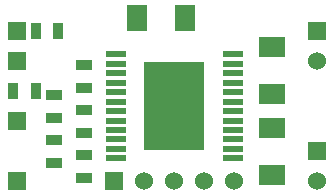
<source format=gts>
G04 (created by PCBNEW (2013-07-07 BZR 4022)-stable) date 05/01/2015 10:26:05*
%MOIN*%
G04 Gerber Fmt 3.4, Leading zero omitted, Abs format*
%FSLAX34Y34*%
G01*
G70*
G90*
G04 APERTURE LIST*
%ADD10C,0.00590551*%
%ADD11R,0.06X0.06*%
%ADD12R,0.0866X0.0709*%
%ADD13R,0.0709X0.0866*%
%ADD14R,0.204724X0.295276*%
%ADD15R,0.0669291X0.0216535*%
%ADD16R,0.035X0.055*%
%ADD17R,0.055X0.035*%
%ADD18C,0.06*%
G04 APERTURE END LIST*
G54D10*
G54D11*
X85500Y-59500D03*
X85500Y-61500D03*
X85500Y-56500D03*
X85500Y-57500D03*
G54D12*
X94000Y-57010D03*
X94000Y-58590D03*
X94000Y-61290D03*
X94000Y-59710D03*
G54D13*
X89510Y-56050D03*
X91090Y-56050D03*
G54D14*
X90750Y-59000D03*
G54D15*
X88808Y-57267D03*
X88808Y-57582D03*
X88808Y-57897D03*
X88808Y-58212D03*
X88808Y-58527D03*
X88808Y-58842D03*
X88808Y-59157D03*
X88808Y-59472D03*
X88808Y-59787D03*
X88808Y-60102D03*
X88808Y-60417D03*
X88808Y-60732D03*
X92691Y-60732D03*
X92691Y-60417D03*
X92691Y-60102D03*
X92691Y-59787D03*
X92691Y-59472D03*
X92691Y-59157D03*
X92691Y-58842D03*
X92691Y-58527D03*
X92691Y-58212D03*
X92691Y-57897D03*
X92691Y-57582D03*
X92691Y-57267D03*
G54D16*
X86125Y-56500D03*
X86875Y-56500D03*
G54D17*
X86750Y-59375D03*
X86750Y-58625D03*
G54D16*
X85375Y-58500D03*
X86125Y-58500D03*
G54D17*
X87750Y-60625D03*
X87750Y-61375D03*
X86750Y-60125D03*
X86750Y-60875D03*
X87750Y-59125D03*
X87750Y-59875D03*
X87750Y-58375D03*
X87750Y-57625D03*
G54D11*
X95500Y-60500D03*
G54D18*
X95500Y-61500D03*
G54D11*
X95500Y-56500D03*
G54D18*
X95500Y-57500D03*
G54D11*
X88750Y-61500D03*
G54D18*
X89750Y-61500D03*
X90750Y-61500D03*
X91750Y-61500D03*
X92750Y-61500D03*
M02*

</source>
